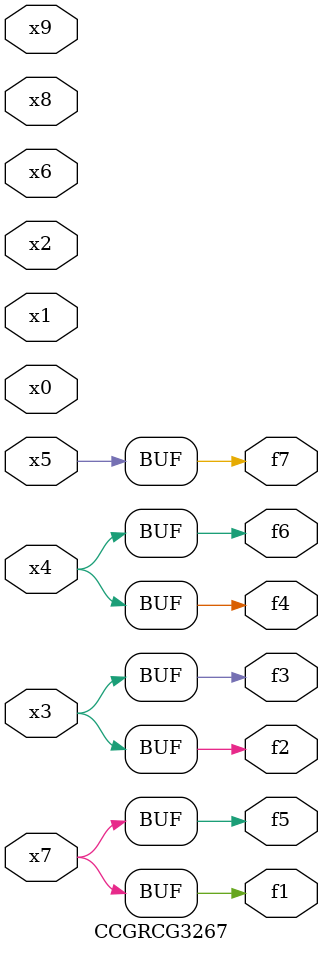
<source format=v>
module CCGRCG3267(
	input x0, x1, x2, x3, x4, x5, x6, x7, x8, x9,
	output f1, f2, f3, f4, f5, f6, f7
);
	assign f1 = x7;
	assign f2 = x3;
	assign f3 = x3;
	assign f4 = x4;
	assign f5 = x7;
	assign f6 = x4;
	assign f7 = x5;
endmodule

</source>
